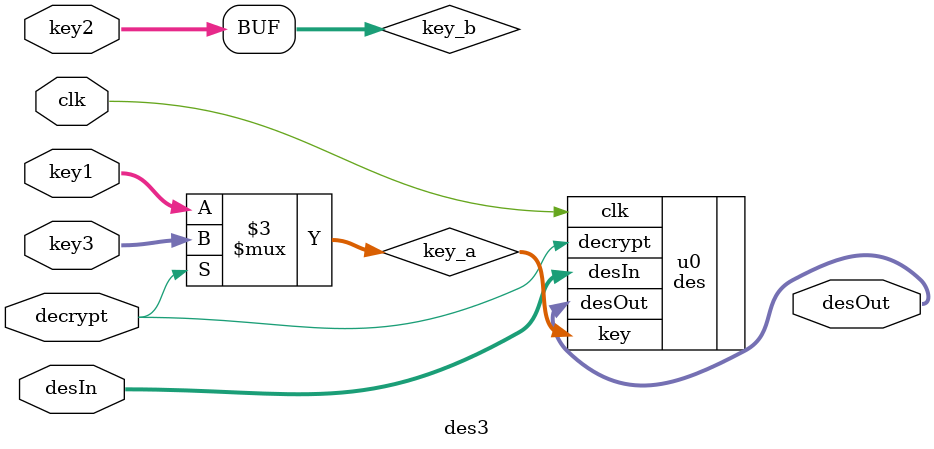
<source format=v>

module des3(desOut, desIn, key1, key2, key3, decrypt, clk); 
output	[63:0]	desOut;
input	[63:0]	desIn;
input	[55:0]	key1;
input	[55:0]	key2;
input	[55:0]	key3;
input		decrypt;
input		clk;

wire	[55:0]	key_a;
wire	[55:0]	key_b;
wire	[55:0]	key_c;
wire	[63:0]	stage1_out, stage2_out;
reg	[55:0]	key_b_r [16:0] ;
reg	[55:0]	key_c_r [33:0];
integer		i;

assign key_a = decrypt ? key3 : key1;
assign key_b = key2;
assign key_c = decrypt ? key1 : key3;

always @(posedge clk)
	key_b_r[0] <= #1 key_b;

always @(posedge clk)
	for(i=0;i<16;i=i+1)
		key_b_r[i+1] <= #1 key_b_r[i];


always @(posedge clk)
	key_c_r[0] <= #1 key_c;

always @(posedge clk)
	for(i=0;i<33;i=i+1)
		key_c_r[i+1] <= #1 key_c_r[i];

/* QQ
des u0(	.desOut(stage1_out),	.desIn(desIn),		.key(key_a), .decrypt(decrypt), .clk(clk) );
des u1(	.desOut(stage2_out),	.desIn(stage1_out),	.key(key_b_r[16]), .decrypt(!decrypt), .clk(clk) );
des u2(	.desOut(desOut),	.desIn(stage2_out),	.key(key_c_r[33]), .decrypt(decrypt),	.clk(clk) );
QQ */
des u0(	.desOut(desOut),	.desIn(desIn),		.key(key_a), .decrypt(decrypt), .clk(clk) ); //QQ


endmodule



</source>
